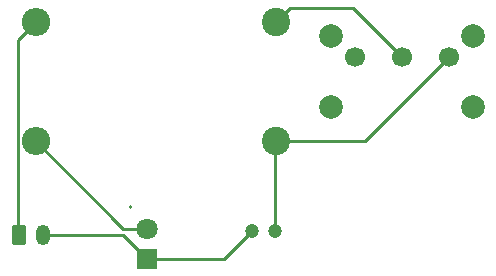
<source format=gbr>
%TF.GenerationSoftware,KiCad,Pcbnew,(6.0.10)*%
%TF.CreationDate,2023-03-03T00:15:28-08:00*%
%TF.ProjectId,ex 1,65782031-2e6b-4696-9361-645f70636258,rev?*%
%TF.SameCoordinates,Original*%
%TF.FileFunction,Copper,L1,Top*%
%TF.FilePolarity,Positive*%
%FSLAX46Y46*%
G04 Gerber Fmt 4.6, Leading zero omitted, Abs format (unit mm)*
G04 Created by KiCad (PCBNEW (6.0.10)) date 2023-03-03 00:15:28*
%MOMM*%
%LPD*%
G01*
G04 APERTURE LIST*
G04 Aperture macros list*
%AMRoundRect*
0 Rectangle with rounded corners*
0 $1 Rounding radius*
0 $2 $3 $4 $5 $6 $7 $8 $9 X,Y pos of 4 corners*
0 Add a 4 corners polygon primitive as box body*
4,1,4,$2,$3,$4,$5,$6,$7,$8,$9,$2,$3,0*
0 Add four circle primitives for the rounded corners*
1,1,$1+$1,$2,$3*
1,1,$1+$1,$4,$5*
1,1,$1+$1,$6,$7*
1,1,$1+$1,$8,$9*
0 Add four rect primitives between the rounded corners*
20,1,$1+$1,$2,$3,$4,$5,0*
20,1,$1+$1,$4,$5,$6,$7,0*
20,1,$1+$1,$6,$7,$8,$9,0*
20,1,$1+$1,$8,$9,$2,$3,0*%
G04 Aperture macros list end*
%TA.AperFunction,ComponentPad*%
%ADD10C,2.400000*%
%TD*%
%TA.AperFunction,ComponentPad*%
%ADD11O,2.400000X2.400000*%
%TD*%
%TA.AperFunction,ComponentPad*%
%ADD12C,2.000000*%
%TD*%
%TA.AperFunction,ComponentPad*%
%ADD13C,1.700000*%
%TD*%
%TA.AperFunction,ComponentPad*%
%ADD14R,1.800000X1.800000*%
%TD*%
%TA.AperFunction,ComponentPad*%
%ADD15C,1.800000*%
%TD*%
%TA.AperFunction,ComponentPad*%
%ADD16C,1.200000*%
%TD*%
%TA.AperFunction,ComponentPad*%
%ADD17RoundRect,0.250000X-0.350000X-0.625000X0.350000X-0.625000X0.350000X0.625000X-0.350000X0.625000X0*%
%TD*%
%TA.AperFunction,ComponentPad*%
%ADD18O,1.200000X1.750000*%
%TD*%
%TA.AperFunction,Conductor*%
%ADD19C,0.250000*%
%TD*%
G04 APERTURE END LIST*
D10*
%TO.P,R1,1*%
%TO.N,Net-(C1-Pad1)*%
X147320000Y-88900000D03*
D11*
%TO.P,R1,2*%
%TO.N,Net-(D1-Pad2)*%
X127000000Y-88900000D03*
%TD*%
D12*
%TO.P,SW1,*%
%TO.N,*%
X163980000Y-86005000D03*
X151980000Y-86005000D03*
X151980000Y-80005000D03*
X163980000Y-80005000D03*
D13*
%TO.P,SW1,1,A*%
%TO.N,unconnected-(SW1-Pad1)*%
X153980000Y-81755000D03*
%TO.P,SW1,2,B*%
%TO.N,Net-(R2-Pad1)*%
X157980000Y-81755000D03*
%TO.P,SW1,3,C*%
%TO.N,Net-(C1-Pad1)*%
X161980000Y-81755000D03*
%TD*%
D10*
%TO.P,R2,1*%
%TO.N,Net-(R2-Pad1)*%
X147320000Y-78780000D03*
D11*
%TO.P,R2,2*%
%TO.N,+9V*%
X127000000Y-78780000D03*
%TD*%
D14*
%TO.P,D1,1,K*%
%TO.N,GND*%
X136409666Y-98840016D03*
D15*
%TO.P,D1,2,A*%
%TO.N,Net-(D1-Pad2)*%
X136409666Y-96300016D03*
%TD*%
D16*
%TO.P,C1,1*%
%TO.N,Net-(C1-Pad1)*%
X147270000Y-96520000D03*
%TO.P,C1,2*%
%TO.N,GND*%
X145270000Y-96520000D03*
%TD*%
D17*
%TO.P,J1,1,Pin_1*%
%TO.N,+9V*%
X125550000Y-96820000D03*
D18*
%TO.P,J1,2,Pin_2*%
%TO.N,GND*%
X127550000Y-96820000D03*
%TD*%
D19*
%TO.N,Net-(C1-Pad1)*%
X147270000Y-96520000D02*
X147270000Y-88950000D01*
X161980000Y-81755000D02*
X154835000Y-88900000D01*
X147270000Y-88950000D02*
X147320000Y-88900000D01*
X154835000Y-88900000D02*
X147320000Y-88900000D01*
%TO.N,GND*%
X145270000Y-96520000D02*
X142949984Y-98840016D01*
X134389650Y-96820000D02*
X136409666Y-98840016D01*
X127550000Y-96820000D02*
X134389650Y-96820000D01*
X142949984Y-98840016D02*
X136409666Y-98840016D01*
%TO.N,Net-(D1-Pad2)*%
X134400016Y-96300016D02*
X136409666Y-96300016D01*
X134940000Y-94340000D02*
X134940000Y-94480000D01*
X127000000Y-88900000D02*
X134400016Y-96300016D01*
%TO.N,+9V*%
X125475000Y-96745000D02*
X125550000Y-96820000D01*
X125475000Y-80305000D02*
X125475000Y-96745000D01*
X127000000Y-78780000D02*
X125475000Y-80305000D01*
%TO.N,Net-(R2-Pad1)*%
X153805000Y-77580000D02*
X157980000Y-81755000D01*
X148520000Y-77580000D02*
X153805000Y-77580000D01*
X147320000Y-78780000D02*
X148520000Y-77580000D01*
%TD*%
M02*

</source>
